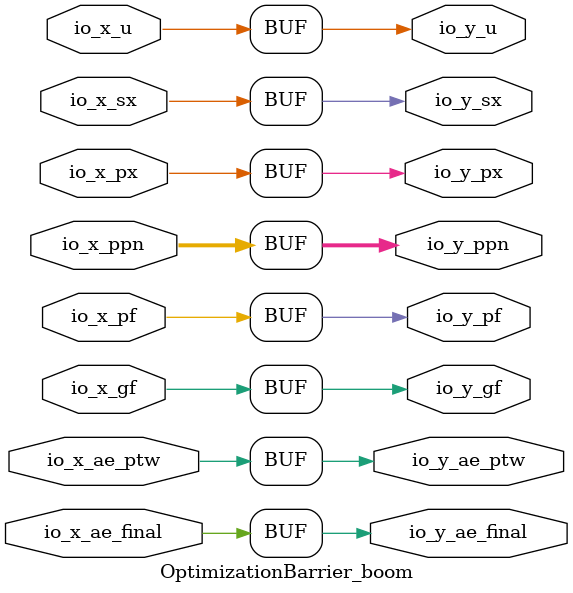
<source format=sv>
`ifndef RANDOMIZE
  `ifdef RANDOMIZE_REG_INIT
    `define RANDOMIZE
  `endif // RANDOMIZE_REG_INIT
`endif // not def RANDOMIZE
`ifndef RANDOMIZE
  `ifdef RANDOMIZE_MEM_INIT
    `define RANDOMIZE
  `endif // RANDOMIZE_MEM_INIT
`endif // not def RANDOMIZE

`ifndef RANDOM
  `define RANDOM $random
`endif // not def RANDOM

// Users can define 'PRINTF_COND' to add an extra gate to prints.
`ifndef PRINTF_COND_
  `ifdef PRINTF_COND
    `define PRINTF_COND_ (`PRINTF_COND)
  `else  // PRINTF_COND
    `define PRINTF_COND_ 1
  `endif // PRINTF_COND
`endif // not def PRINTF_COND_

// Users can define 'ASSERT_VERBOSE_COND' to add an extra gate to assert error printing.
`ifndef ASSERT_VERBOSE_COND_
  `ifdef ASSERT_VERBOSE_COND
    `define ASSERT_VERBOSE_COND_ (`ASSERT_VERBOSE_COND)
  `else  // ASSERT_VERBOSE_COND
    `define ASSERT_VERBOSE_COND_ 1
  `endif // ASSERT_VERBOSE_COND
`endif // not def ASSERT_VERBOSE_COND_

// Users can define 'STOP_COND' to add an extra gate to stop conditions.
`ifndef STOP_COND_
  `ifdef STOP_COND
    `define STOP_COND_ (`STOP_COND)
  `else  // STOP_COND
    `define STOP_COND_ 1
  `endif // STOP_COND
`endif // not def STOP_COND_

// Users can define INIT_RANDOM as general code that gets injected into the
// initializer block for modules with registers.
`ifndef INIT_RANDOM
  `define INIT_RANDOM
`endif // not def INIT_RANDOM

// If using random initialization, you can also define RANDOMIZE_DELAY to
// customize the delay used, otherwise 0.002 is used.
`ifndef RANDOMIZE_DELAY
  `define RANDOMIZE_DELAY 0.002
`endif // not def RANDOMIZE_DELAY

// Define INIT_RANDOM_PROLOG_ for use in our modules below.
`ifndef INIT_RANDOM_PROLOG_
  `ifdef RANDOMIZE
    `ifdef VERILATOR
      `define INIT_RANDOM_PROLOG_ `INIT_RANDOM
    `else  // VERILATOR
      `define INIT_RANDOM_PROLOG_ `INIT_RANDOM #`RANDOMIZE_DELAY begin end
    `endif // VERILATOR
  `else  // RANDOMIZE
    `define INIT_RANDOM_PROLOG_
  `endif // RANDOMIZE
`endif // not def INIT_RANDOM_PROLOG_

module OptimizationBarrier_boom(
  input  [19:0] io_x_ppn,
  input         io_x_u,
                io_x_ae_ptw,
                io_x_ae_final,
                io_x_pf,
                io_x_gf,
                io_x_sx,
                io_x_px,
  output [19:0] io_y_ppn,
  output        io_y_u,
                io_y_ae_ptw,
                io_y_ae_final,
                io_y_pf,
                io_y_gf,
                io_y_sx,
                io_y_px
);

  assign io_y_ppn = io_x_ppn;
  assign io_y_u = io_x_u;
  assign io_y_ae_ptw = io_x_ae_ptw;
  assign io_y_ae_final = io_x_ae_final;
  assign io_y_pf = io_x_pf;
  assign io_y_gf = io_x_gf;
  assign io_y_sx = io_x_sx;
  assign io_y_px = io_x_px;
endmodule


</source>
